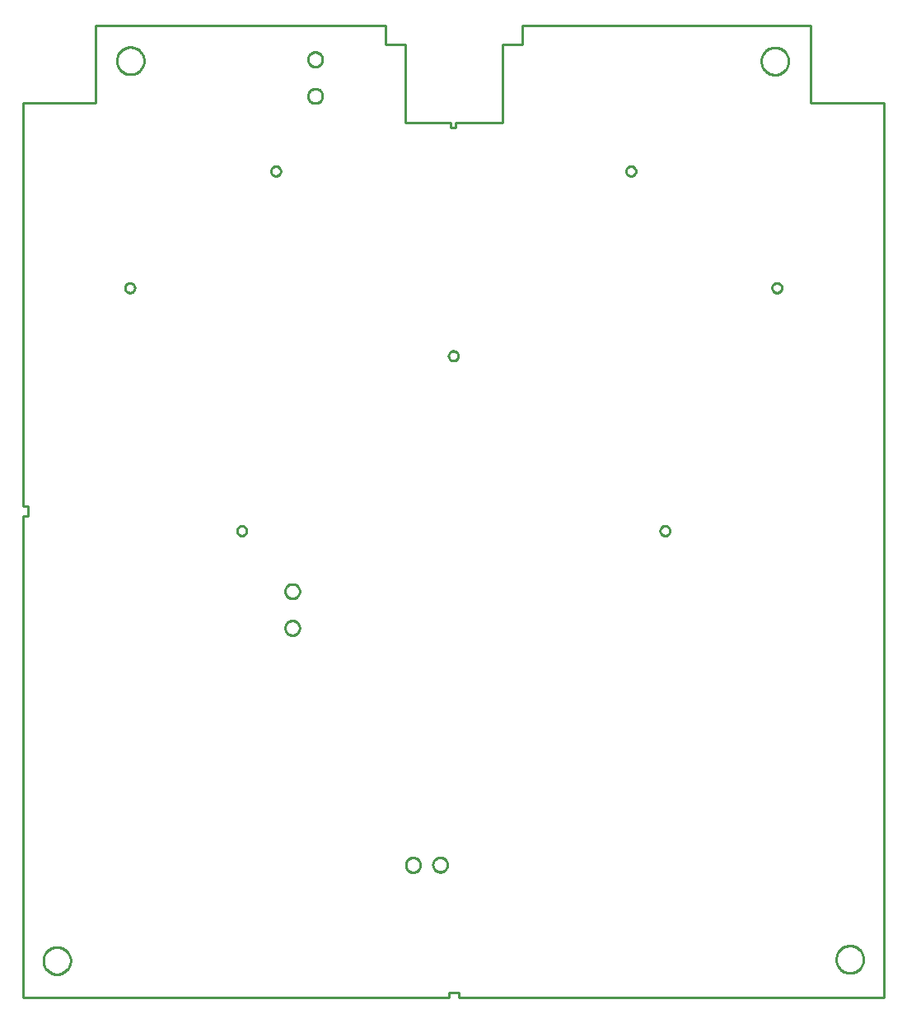
<source format=gbr>
G04 EAGLE Gerber X2 export*
%TF.Part,Single*%
%TF.FileFunction,Profile,NP*%
%TF.FilePolarity,Positive*%
%TF.GenerationSoftware,Autodesk,EAGLE,9.2.2*%
%TF.CreationDate,2019-04-19T13:44:04Z*%
G75*
%MOMM*%
%FSLAX34Y34*%
%LPD*%
%IN*%
%AMOC8*
5,1,8,0,0,1.08239X$1,22.5*%
G01*
%ADD10C,0.254000*%


D10*
X0Y0D02*
X438000Y0D01*
X438000Y5000D01*
X448000Y5000D01*
X448000Y0D01*
X885000Y0D01*
X885000Y920000D01*
X810000Y920000D01*
X810000Y1000000D01*
X513000Y1000000D01*
X513000Y980000D01*
X493000Y980000D01*
X493000Y900000D01*
X445000Y900000D01*
X445000Y895000D01*
X440000Y895000D01*
X440000Y900000D01*
X393000Y900000D01*
X393000Y980000D01*
X373000Y980000D01*
X373000Y1000000D01*
X75000Y1000000D01*
X75000Y920000D01*
X0Y920000D01*
X0Y505000D01*
X5000Y505000D01*
X5000Y495000D01*
X0Y495000D01*
X0Y0D01*
X836000Y38585D02*
X836071Y37588D01*
X836214Y36598D01*
X836426Y35621D01*
X836708Y34661D01*
X837057Y33724D01*
X837473Y32814D01*
X837952Y31937D01*
X838493Y31095D01*
X839092Y30295D01*
X839747Y29539D01*
X840454Y28832D01*
X841210Y28177D01*
X842010Y27578D01*
X842852Y27037D01*
X843729Y26558D01*
X844639Y26142D01*
X845576Y25793D01*
X846536Y25511D01*
X847513Y25299D01*
X848503Y25156D01*
X849500Y25085D01*
X850500Y25085D01*
X851498Y25156D01*
X852487Y25299D01*
X853465Y25511D01*
X854424Y25793D01*
X855361Y26142D01*
X856271Y26558D01*
X857148Y27037D01*
X857990Y27578D01*
X858790Y28177D01*
X859546Y28832D01*
X860253Y29539D01*
X860908Y30295D01*
X861507Y31095D01*
X862048Y31937D01*
X862527Y32814D01*
X862943Y33724D01*
X863292Y34661D01*
X863574Y35621D01*
X863786Y36598D01*
X863929Y37588D01*
X864000Y38585D01*
X864000Y39585D01*
X863929Y40583D01*
X863786Y41572D01*
X863574Y42550D01*
X863292Y43509D01*
X862943Y44446D01*
X862527Y45356D01*
X862048Y46233D01*
X861507Y47075D01*
X860908Y47875D01*
X860253Y48631D01*
X859546Y49338D01*
X858790Y49993D01*
X857990Y50592D01*
X857148Y51133D01*
X856271Y51612D01*
X855361Y52028D01*
X854424Y52377D01*
X853465Y52659D01*
X852487Y52871D01*
X851498Y53014D01*
X850500Y53085D01*
X849500Y53085D01*
X848503Y53014D01*
X847513Y52871D01*
X846536Y52659D01*
X845576Y52377D01*
X844639Y52028D01*
X843729Y51612D01*
X842852Y51133D01*
X842010Y50592D01*
X841210Y49993D01*
X840454Y49338D01*
X839747Y48631D01*
X839092Y47875D01*
X838493Y47075D01*
X837952Y46233D01*
X837473Y45356D01*
X837057Y44446D01*
X836708Y43509D01*
X836426Y42550D01*
X836214Y41572D01*
X836071Y40583D01*
X836000Y39585D01*
X836000Y38585D01*
X49000Y37318D02*
X48929Y36321D01*
X48786Y35331D01*
X48574Y34354D01*
X48292Y33394D01*
X47943Y32457D01*
X47527Y31548D01*
X47048Y30670D01*
X46507Y29829D01*
X45908Y29028D01*
X45253Y28272D01*
X44546Y27565D01*
X43790Y26910D01*
X42990Y26311D01*
X42148Y25770D01*
X41271Y25291D01*
X40361Y24876D01*
X39424Y24526D01*
X38465Y24245D01*
X37487Y24032D01*
X36498Y23890D01*
X35500Y23818D01*
X34500Y23818D01*
X33503Y23890D01*
X32513Y24032D01*
X31536Y24245D01*
X30576Y24526D01*
X29639Y24876D01*
X28729Y25291D01*
X27852Y25770D01*
X27010Y26311D01*
X26210Y26910D01*
X25454Y27565D01*
X24747Y28272D01*
X24092Y29028D01*
X23493Y29829D01*
X22952Y30670D01*
X22473Y31548D01*
X22057Y32457D01*
X21708Y33394D01*
X21426Y34354D01*
X21214Y35331D01*
X21071Y36321D01*
X21000Y37318D01*
X21000Y38318D01*
X21071Y39316D01*
X21214Y40306D01*
X21426Y41283D01*
X21708Y42242D01*
X22057Y43179D01*
X22473Y44089D01*
X22952Y44967D01*
X23493Y45808D01*
X24092Y46608D01*
X24747Y47364D01*
X25454Y48071D01*
X26210Y48726D01*
X27010Y49326D01*
X27852Y49866D01*
X28729Y50345D01*
X29639Y50761D01*
X30576Y51110D01*
X31536Y51392D01*
X32513Y51605D01*
X33503Y51747D01*
X34500Y51818D01*
X35500Y51818D01*
X36498Y51747D01*
X37487Y51605D01*
X38465Y51392D01*
X39424Y51110D01*
X40361Y50761D01*
X41271Y50345D01*
X42148Y49866D01*
X42990Y49326D01*
X43790Y48726D01*
X44546Y48071D01*
X45253Y47364D01*
X45908Y46608D01*
X46507Y45808D01*
X47048Y44967D01*
X47527Y44089D01*
X47943Y43179D01*
X48292Y42242D01*
X48574Y41283D01*
X48786Y40306D01*
X48929Y39316D01*
X49000Y38318D01*
X49000Y37318D01*
X774719Y725000D02*
X774161Y725063D01*
X773614Y725188D01*
X773084Y725373D01*
X772578Y725617D01*
X772102Y725916D01*
X771663Y726266D01*
X771266Y726663D01*
X770916Y727102D01*
X770617Y727578D01*
X770373Y728084D01*
X770188Y728614D01*
X770063Y729161D01*
X770000Y729719D01*
X770000Y730281D01*
X770063Y730839D01*
X770188Y731386D01*
X770373Y731916D01*
X770617Y732422D01*
X770916Y732898D01*
X771266Y733337D01*
X771663Y733734D01*
X772102Y734084D01*
X772578Y734383D01*
X773084Y734627D01*
X773614Y734812D01*
X774161Y734937D01*
X774719Y735000D01*
X775281Y735000D01*
X775839Y734937D01*
X776386Y734812D01*
X776916Y734627D01*
X777422Y734383D01*
X777898Y734084D01*
X778337Y733734D01*
X778734Y733337D01*
X779084Y732898D01*
X779383Y732422D01*
X779627Y731916D01*
X779812Y731386D01*
X779937Y730839D01*
X780000Y730281D01*
X780000Y729719D01*
X779937Y729161D01*
X779812Y728614D01*
X779627Y728084D01*
X779383Y727578D01*
X779084Y727102D01*
X778734Y726663D01*
X778337Y726266D01*
X777898Y725916D01*
X777422Y725617D01*
X776916Y725373D01*
X776386Y725188D01*
X775839Y725063D01*
X775281Y725000D01*
X774719Y725000D01*
X230000Y479719D02*
X229937Y479161D01*
X229812Y478614D01*
X229627Y478084D01*
X229383Y477578D01*
X229084Y477102D01*
X228734Y476663D01*
X228337Y476266D01*
X227898Y475916D01*
X227422Y475617D01*
X226916Y475373D01*
X226386Y475188D01*
X225839Y475063D01*
X225281Y475000D01*
X224719Y475000D01*
X224161Y475063D01*
X223614Y475188D01*
X223084Y475373D01*
X222578Y475617D01*
X222102Y475916D01*
X221663Y476266D01*
X221266Y476663D01*
X220916Y477102D01*
X220617Y477578D01*
X220373Y478084D01*
X220188Y478614D01*
X220063Y479161D01*
X220000Y479719D01*
X220000Y480281D01*
X220063Y480839D01*
X220188Y481386D01*
X220373Y481916D01*
X220617Y482422D01*
X220916Y482898D01*
X221266Y483337D01*
X221663Y483734D01*
X222102Y484084D01*
X222578Y484383D01*
X223084Y484627D01*
X223614Y484812D01*
X224161Y484937D01*
X224719Y485000D01*
X225281Y485000D01*
X225839Y484937D01*
X226386Y484812D01*
X226916Y484627D01*
X227422Y484383D01*
X227898Y484084D01*
X228337Y483734D01*
X228734Y483337D01*
X229084Y482898D01*
X229383Y482422D01*
X229627Y481916D01*
X229812Y481386D01*
X229937Y480839D01*
X230000Y480281D01*
X230000Y479719D01*
X624719Y845000D02*
X624161Y845063D01*
X623614Y845188D01*
X623084Y845373D01*
X622578Y845617D01*
X622102Y845916D01*
X621663Y846266D01*
X621266Y846663D01*
X620916Y847102D01*
X620617Y847578D01*
X620373Y848084D01*
X620188Y848614D01*
X620063Y849161D01*
X620000Y849719D01*
X620000Y850281D01*
X620063Y850839D01*
X620188Y851386D01*
X620373Y851916D01*
X620617Y852422D01*
X620916Y852898D01*
X621266Y853337D01*
X621663Y853734D01*
X622102Y854084D01*
X622578Y854383D01*
X623084Y854627D01*
X623614Y854812D01*
X624161Y854937D01*
X624719Y855000D01*
X625281Y855000D01*
X625839Y854937D01*
X626386Y854812D01*
X626916Y854627D01*
X627422Y854383D01*
X627898Y854084D01*
X628337Y853734D01*
X628734Y853337D01*
X629084Y852898D01*
X629383Y852422D01*
X629627Y851916D01*
X629812Y851386D01*
X629937Y850839D01*
X630000Y850281D01*
X630000Y849719D01*
X629937Y849161D01*
X629812Y848614D01*
X629627Y848084D01*
X629383Y847578D01*
X629084Y847102D01*
X628734Y846663D01*
X628337Y846266D01*
X627898Y845916D01*
X627422Y845617D01*
X626916Y845373D01*
X626386Y845188D01*
X625839Y845063D01*
X625281Y845000D01*
X624719Y845000D01*
X655000Y480281D02*
X655063Y480839D01*
X655188Y481386D01*
X655373Y481916D01*
X655617Y482422D01*
X655916Y482898D01*
X656266Y483337D01*
X656663Y483734D01*
X657102Y484084D01*
X657578Y484383D01*
X658084Y484627D01*
X658614Y484812D01*
X659161Y484937D01*
X659719Y485000D01*
X660281Y485000D01*
X660839Y484937D01*
X661386Y484812D01*
X661916Y484627D01*
X662422Y484383D01*
X662898Y484084D01*
X663337Y483734D01*
X663734Y483337D01*
X664084Y482898D01*
X664383Y482422D01*
X664627Y481916D01*
X664812Y481386D01*
X664937Y480839D01*
X665000Y480281D01*
X665000Y479719D01*
X664937Y479161D01*
X664812Y478614D01*
X664627Y478084D01*
X664383Y477578D01*
X664084Y477102D01*
X663734Y476663D01*
X663337Y476266D01*
X662898Y475916D01*
X662422Y475617D01*
X661916Y475373D01*
X661386Y475188D01*
X660839Y475063D01*
X660281Y475000D01*
X659719Y475000D01*
X659161Y475063D01*
X658614Y475188D01*
X658084Y475373D01*
X657578Y475617D01*
X657102Y475916D01*
X656663Y476266D01*
X656266Y476663D01*
X655916Y477102D01*
X655617Y477578D01*
X655373Y478084D01*
X655188Y478614D01*
X655063Y479161D01*
X655000Y479719D01*
X655000Y480281D01*
X442219Y655000D02*
X441661Y655063D01*
X441114Y655188D01*
X440584Y655373D01*
X440078Y655617D01*
X439602Y655916D01*
X439163Y656266D01*
X438766Y656663D01*
X438416Y657102D01*
X438117Y657578D01*
X437873Y658084D01*
X437688Y658614D01*
X437563Y659161D01*
X437500Y659719D01*
X437500Y660281D01*
X437563Y660839D01*
X437688Y661386D01*
X437873Y661916D01*
X438117Y662422D01*
X438416Y662898D01*
X438766Y663337D01*
X439163Y663734D01*
X439602Y664084D01*
X440078Y664383D01*
X440584Y664627D01*
X441114Y664812D01*
X441661Y664937D01*
X442219Y665000D01*
X442781Y665000D01*
X443339Y664937D01*
X443886Y664812D01*
X444416Y664627D01*
X444922Y664383D01*
X445398Y664084D01*
X445837Y663734D01*
X446234Y663337D01*
X446584Y662898D01*
X446883Y662422D01*
X447127Y661916D01*
X447312Y661386D01*
X447437Y660839D01*
X447500Y660281D01*
X447500Y659719D01*
X447437Y659161D01*
X447312Y658614D01*
X447127Y658084D01*
X446883Y657578D01*
X446584Y657102D01*
X446234Y656663D01*
X445837Y656266D01*
X445398Y655916D01*
X444922Y655617D01*
X444416Y655373D01*
X443886Y655188D01*
X443339Y655063D01*
X442781Y655000D01*
X442219Y655000D01*
X109719Y725000D02*
X109161Y725063D01*
X108614Y725188D01*
X108084Y725373D01*
X107578Y725617D01*
X107102Y725916D01*
X106663Y726266D01*
X106266Y726663D01*
X105916Y727102D01*
X105617Y727578D01*
X105373Y728084D01*
X105188Y728614D01*
X105063Y729161D01*
X105000Y729719D01*
X105000Y730281D01*
X105063Y730839D01*
X105188Y731386D01*
X105373Y731916D01*
X105617Y732422D01*
X105916Y732898D01*
X106266Y733337D01*
X106663Y733734D01*
X107102Y734084D01*
X107578Y734383D01*
X108084Y734627D01*
X108614Y734812D01*
X109161Y734937D01*
X109719Y735000D01*
X110281Y735000D01*
X110839Y734937D01*
X111386Y734812D01*
X111916Y734627D01*
X112422Y734383D01*
X112898Y734084D01*
X113337Y733734D01*
X113734Y733337D01*
X114084Y732898D01*
X114383Y732422D01*
X114627Y731916D01*
X114812Y731386D01*
X114937Y730839D01*
X115000Y730281D01*
X115000Y729719D01*
X114937Y729161D01*
X114812Y728614D01*
X114627Y728084D01*
X114383Y727578D01*
X114084Y727102D01*
X113734Y726663D01*
X113337Y726266D01*
X112898Y725916D01*
X112422Y725617D01*
X111916Y725373D01*
X111386Y725188D01*
X110839Y725063D01*
X110281Y725000D01*
X109719Y725000D01*
X284500Y417461D02*
X284428Y416728D01*
X284284Y416005D01*
X284070Y415300D01*
X283788Y414619D01*
X283441Y413969D01*
X283031Y413357D01*
X282564Y412787D01*
X282043Y412266D01*
X281473Y411798D01*
X280860Y411389D01*
X280211Y411042D01*
X279530Y410760D01*
X278825Y410546D01*
X278102Y410402D01*
X277368Y410330D01*
X276632Y410330D01*
X275898Y410402D01*
X275175Y410546D01*
X274470Y410760D01*
X273789Y411042D01*
X273140Y411389D01*
X272527Y411798D01*
X271957Y412266D01*
X271436Y412787D01*
X270969Y413357D01*
X270559Y413969D01*
X270212Y414619D01*
X269930Y415300D01*
X269716Y416005D01*
X269572Y416728D01*
X269500Y417461D01*
X269500Y418198D01*
X269572Y418932D01*
X269716Y419654D01*
X269930Y420359D01*
X270212Y421040D01*
X270559Y421690D01*
X270969Y422303D01*
X271436Y422873D01*
X271957Y423394D01*
X272527Y423861D01*
X273140Y424270D01*
X273789Y424618D01*
X274470Y424900D01*
X275175Y425114D01*
X275898Y425258D01*
X276632Y425330D01*
X277368Y425330D01*
X278102Y425258D01*
X278825Y425114D01*
X279530Y424900D01*
X280211Y424618D01*
X280860Y424270D01*
X281473Y423861D01*
X282043Y423394D01*
X282564Y422873D01*
X283031Y422303D01*
X283441Y421690D01*
X283788Y421040D01*
X284070Y420359D01*
X284284Y419654D01*
X284428Y418932D01*
X284500Y418198D01*
X284500Y417461D01*
X284500Y379680D02*
X284428Y378946D01*
X284284Y378224D01*
X284070Y377519D01*
X283788Y376838D01*
X283441Y376188D01*
X283031Y375575D01*
X282564Y375006D01*
X282043Y374484D01*
X281473Y374017D01*
X280860Y373608D01*
X280211Y373260D01*
X279530Y372978D01*
X278825Y372764D01*
X278102Y372621D01*
X277368Y372548D01*
X276632Y372548D01*
X275898Y372621D01*
X275175Y372764D01*
X274470Y372978D01*
X273789Y373260D01*
X273140Y373608D01*
X272527Y374017D01*
X271957Y374484D01*
X271436Y375006D01*
X270969Y375575D01*
X270559Y376188D01*
X270212Y376838D01*
X269930Y377519D01*
X269716Y378224D01*
X269572Y378946D01*
X269500Y379680D01*
X269500Y380417D01*
X269572Y381150D01*
X269716Y381873D01*
X269930Y382578D01*
X270212Y383259D01*
X270559Y383909D01*
X270969Y384521D01*
X271436Y385091D01*
X271957Y385612D01*
X272527Y386080D01*
X273140Y386489D01*
X273789Y386836D01*
X274470Y387118D01*
X275175Y387332D01*
X275898Y387476D01*
X276632Y387548D01*
X277368Y387548D01*
X278102Y387476D01*
X278825Y387332D01*
X279530Y387118D01*
X280211Y386836D01*
X280860Y386489D01*
X281473Y386080D01*
X282043Y385612D01*
X282564Y385091D01*
X283031Y384521D01*
X283441Y383909D01*
X283788Y383259D01*
X284070Y382578D01*
X284284Y381873D01*
X284428Y381150D01*
X284500Y380417D01*
X284500Y379680D01*
X307960Y964610D02*
X307888Y963876D01*
X307744Y963153D01*
X307530Y962448D01*
X307248Y961767D01*
X306901Y961118D01*
X306491Y960505D01*
X306024Y959935D01*
X305503Y959414D01*
X304933Y958947D01*
X304321Y958537D01*
X303671Y958190D01*
X302990Y957908D01*
X302285Y957694D01*
X301562Y957550D01*
X300829Y957478D01*
X300092Y957478D01*
X299358Y957550D01*
X298636Y957694D01*
X297930Y957908D01*
X297250Y958190D01*
X296600Y958537D01*
X295987Y958947D01*
X295417Y959414D01*
X294896Y959935D01*
X294429Y960505D01*
X294019Y961118D01*
X293672Y961767D01*
X293390Y962448D01*
X293176Y963153D01*
X293032Y963876D01*
X292960Y964610D01*
X292960Y965346D01*
X293032Y966080D01*
X293176Y966803D01*
X293390Y967508D01*
X293672Y968188D01*
X294019Y968838D01*
X294429Y969451D01*
X294896Y970021D01*
X295417Y970542D01*
X295987Y971009D01*
X296600Y971419D01*
X297250Y971766D01*
X297930Y972048D01*
X298636Y972262D01*
X299358Y972406D01*
X300092Y972478D01*
X300829Y972478D01*
X301562Y972406D01*
X302285Y972262D01*
X302990Y972048D01*
X303671Y971766D01*
X304321Y971419D01*
X304933Y971009D01*
X305503Y970542D01*
X306024Y970021D01*
X306491Y969451D01*
X306901Y968838D01*
X307248Y968188D01*
X307530Y967508D01*
X307744Y966803D01*
X307888Y966080D01*
X307960Y965346D01*
X307960Y964610D01*
X307960Y927018D02*
X307888Y926284D01*
X307744Y925561D01*
X307530Y924856D01*
X307248Y924175D01*
X306901Y923526D01*
X306491Y922913D01*
X306024Y922343D01*
X305503Y921822D01*
X304933Y921355D01*
X304321Y920945D01*
X303671Y920598D01*
X302990Y920316D01*
X302285Y920102D01*
X301562Y919958D01*
X300829Y919886D01*
X300092Y919886D01*
X299358Y919958D01*
X298636Y920102D01*
X297930Y920316D01*
X297250Y920598D01*
X296600Y920945D01*
X295987Y921355D01*
X295417Y921822D01*
X294896Y922343D01*
X294429Y922913D01*
X294019Y923526D01*
X293672Y924175D01*
X293390Y924856D01*
X293176Y925561D01*
X293032Y926284D01*
X292960Y927018D01*
X292960Y927754D01*
X293032Y928488D01*
X293176Y929211D01*
X293390Y929916D01*
X293672Y930596D01*
X294019Y931246D01*
X294429Y931859D01*
X294896Y932429D01*
X295417Y932950D01*
X295987Y933417D01*
X296600Y933827D01*
X297250Y934174D01*
X297930Y934456D01*
X298636Y934670D01*
X299358Y934814D01*
X300092Y934886D01*
X300829Y934886D01*
X301562Y934814D01*
X302285Y934670D01*
X302990Y934456D01*
X303671Y934174D01*
X304321Y933827D01*
X304933Y933417D01*
X305503Y932950D01*
X306024Y932429D01*
X306491Y931859D01*
X306901Y931246D01*
X307248Y930596D01*
X307530Y929916D01*
X307744Y929211D01*
X307888Y928488D01*
X307960Y927754D01*
X307960Y927018D01*
X255000Y850281D02*
X255063Y850839D01*
X255188Y851386D01*
X255373Y851916D01*
X255617Y852422D01*
X255916Y852898D01*
X256266Y853337D01*
X256663Y853734D01*
X257102Y854084D01*
X257578Y854383D01*
X258084Y854627D01*
X258614Y854812D01*
X259161Y854937D01*
X259719Y855000D01*
X260281Y855000D01*
X260839Y854937D01*
X261386Y854812D01*
X261916Y854627D01*
X262422Y854383D01*
X262898Y854084D01*
X263337Y853734D01*
X263734Y853337D01*
X264084Y852898D01*
X264383Y852422D01*
X264627Y851916D01*
X264812Y851386D01*
X264937Y850839D01*
X265000Y850281D01*
X265000Y849719D01*
X264937Y849161D01*
X264812Y848614D01*
X264627Y848084D01*
X264383Y847578D01*
X264084Y847102D01*
X263734Y846663D01*
X263337Y846266D01*
X262898Y845916D01*
X262422Y845617D01*
X261916Y845373D01*
X261386Y845188D01*
X260839Y845063D01*
X260281Y845000D01*
X259719Y845000D01*
X259161Y845063D01*
X258614Y845188D01*
X258084Y845373D01*
X257578Y845617D01*
X257102Y845916D01*
X256663Y846266D01*
X256266Y846663D01*
X255916Y847102D01*
X255617Y847578D01*
X255373Y848084D01*
X255188Y848614D01*
X255063Y849161D01*
X255000Y849719D01*
X255000Y850281D01*
X124534Y962997D02*
X124463Y961999D01*
X124320Y961009D01*
X124108Y960032D01*
X123826Y959073D01*
X123477Y958136D01*
X123061Y957226D01*
X122582Y956348D01*
X122041Y955507D01*
X121442Y954707D01*
X120787Y953951D01*
X120080Y953244D01*
X119324Y952589D01*
X118524Y951990D01*
X117682Y951449D01*
X116805Y950970D01*
X115895Y950554D01*
X114958Y950205D01*
X113999Y949923D01*
X113021Y949710D01*
X112032Y949568D01*
X111034Y949497D01*
X110034Y949497D01*
X109037Y949568D01*
X108047Y949710D01*
X107070Y949923D01*
X106110Y950205D01*
X105173Y950554D01*
X104263Y950970D01*
X103386Y951449D01*
X102545Y951990D01*
X101744Y952589D01*
X100988Y953244D01*
X100281Y953951D01*
X99626Y954707D01*
X99027Y955507D01*
X98486Y956348D01*
X98007Y957226D01*
X97592Y958136D01*
X97242Y959073D01*
X96960Y960032D01*
X96748Y961009D01*
X96605Y961999D01*
X96534Y962997D01*
X96534Y963997D01*
X96605Y964994D01*
X96748Y965984D01*
X96960Y966961D01*
X97242Y967921D01*
X97592Y968858D01*
X98007Y969767D01*
X98486Y970645D01*
X99027Y971486D01*
X99626Y972287D01*
X100281Y973043D01*
X100988Y973750D01*
X101744Y974405D01*
X102545Y975004D01*
X103386Y975545D01*
X104263Y976024D01*
X105173Y976439D01*
X106110Y976789D01*
X107070Y977071D01*
X108047Y977283D01*
X109037Y977425D01*
X110034Y977497D01*
X111034Y977497D01*
X112032Y977425D01*
X113021Y977283D01*
X113999Y977071D01*
X114958Y976789D01*
X115895Y976439D01*
X116805Y976024D01*
X117682Y975545D01*
X118524Y975004D01*
X119324Y974405D01*
X120080Y973750D01*
X120787Y973043D01*
X121442Y972287D01*
X122041Y971486D01*
X122582Y970645D01*
X123061Y969767D01*
X123477Y968858D01*
X123826Y967921D01*
X124108Y966961D01*
X124320Y965984D01*
X124463Y964994D01*
X124534Y963997D01*
X124534Y962997D01*
X758959Y962723D02*
X759031Y961725D01*
X759173Y960735D01*
X759385Y959758D01*
X759667Y958799D01*
X760017Y957862D01*
X760432Y956952D01*
X760911Y956074D01*
X761452Y955233D01*
X762051Y954433D01*
X762706Y953677D01*
X763413Y952970D01*
X764169Y952315D01*
X764970Y951716D01*
X765811Y951175D01*
X766689Y950696D01*
X767598Y950280D01*
X768535Y949931D01*
X769495Y949649D01*
X770472Y949436D01*
X771462Y949294D01*
X772459Y949223D01*
X773459Y949223D01*
X774457Y949294D01*
X775447Y949436D01*
X776424Y949649D01*
X777383Y949931D01*
X778320Y950280D01*
X779230Y950696D01*
X780108Y951175D01*
X780949Y951716D01*
X781749Y952315D01*
X782505Y952970D01*
X783212Y953677D01*
X783867Y954433D01*
X784466Y955233D01*
X785007Y956074D01*
X785486Y956952D01*
X785902Y957862D01*
X786251Y958799D01*
X786533Y959758D01*
X786746Y960735D01*
X786888Y961725D01*
X786959Y962723D01*
X786959Y963723D01*
X786888Y964720D01*
X786746Y965710D01*
X786533Y966687D01*
X786251Y967647D01*
X785902Y968584D01*
X785486Y969493D01*
X785007Y970371D01*
X784466Y971212D01*
X783867Y972013D01*
X783212Y972769D01*
X782505Y973476D01*
X781749Y974131D01*
X780949Y974730D01*
X780108Y975271D01*
X779230Y975750D01*
X778320Y976165D01*
X777383Y976515D01*
X776424Y976797D01*
X775447Y977009D01*
X774457Y977151D01*
X773459Y977223D01*
X772459Y977223D01*
X771462Y977151D01*
X770472Y977009D01*
X769495Y976797D01*
X768535Y976515D01*
X767598Y976165D01*
X766689Y975750D01*
X765811Y975271D01*
X764970Y974730D01*
X764169Y974131D01*
X763413Y973476D01*
X762706Y972769D01*
X762051Y972013D01*
X761452Y971212D01*
X760911Y970371D01*
X760432Y969493D01*
X760017Y968584D01*
X759667Y967647D01*
X759385Y966687D01*
X759173Y965710D01*
X759031Y964720D01*
X758959Y963723D01*
X758959Y962723D01*
X408577Y135849D02*
X408505Y135115D01*
X408361Y134393D01*
X408147Y133687D01*
X407865Y133007D01*
X407518Y132357D01*
X407108Y131744D01*
X406641Y131174D01*
X406120Y130653D01*
X405550Y130186D01*
X404937Y129776D01*
X404288Y129429D01*
X403607Y129147D01*
X402902Y128933D01*
X402179Y128789D01*
X401445Y128717D01*
X400709Y128717D01*
X399975Y128789D01*
X399252Y128933D01*
X398547Y129147D01*
X397866Y129429D01*
X397217Y129776D01*
X396604Y130186D01*
X396034Y130653D01*
X395513Y131174D01*
X395046Y131744D01*
X394636Y132357D01*
X394289Y133007D01*
X394007Y133687D01*
X393793Y134393D01*
X393649Y135115D01*
X393577Y135849D01*
X393577Y136586D01*
X393649Y137319D01*
X393793Y138042D01*
X394007Y138747D01*
X394289Y139428D01*
X394636Y140078D01*
X395046Y140690D01*
X395513Y141260D01*
X396034Y141781D01*
X396604Y142249D01*
X397217Y142658D01*
X397866Y143005D01*
X398547Y143287D01*
X399252Y143501D01*
X399975Y143645D01*
X400709Y143717D01*
X401445Y143717D01*
X402179Y143645D01*
X402902Y143501D01*
X403607Y143287D01*
X404288Y143005D01*
X404937Y142658D01*
X405550Y142249D01*
X406120Y141781D01*
X406641Y141260D01*
X407108Y140690D01*
X407518Y140078D01*
X407865Y139428D01*
X408147Y138747D01*
X408361Y138042D01*
X408505Y137319D01*
X408577Y136586D01*
X408577Y135849D01*
X436439Y136140D02*
X436367Y135406D01*
X436223Y134683D01*
X436009Y133978D01*
X435727Y133298D01*
X435379Y132648D01*
X434970Y132035D01*
X434503Y131465D01*
X433982Y130944D01*
X433412Y130477D01*
X432799Y130067D01*
X432149Y129720D01*
X431468Y129438D01*
X430763Y129224D01*
X430041Y129080D01*
X429307Y129008D01*
X428570Y129008D01*
X427837Y129080D01*
X427114Y129224D01*
X426409Y129438D01*
X425728Y129720D01*
X425078Y130067D01*
X424466Y130477D01*
X423896Y130944D01*
X423375Y131465D01*
X422907Y132035D01*
X422498Y132648D01*
X422151Y133298D01*
X421869Y133978D01*
X421655Y134683D01*
X421511Y135406D01*
X421439Y136140D01*
X421439Y136876D01*
X421511Y137610D01*
X421655Y138333D01*
X421869Y139038D01*
X422151Y139719D01*
X422498Y140368D01*
X422907Y140981D01*
X423375Y141551D01*
X423896Y142072D01*
X424466Y142539D01*
X425078Y142949D01*
X425728Y143296D01*
X426409Y143578D01*
X427114Y143792D01*
X427837Y143936D01*
X428570Y144008D01*
X429307Y144008D01*
X430041Y143936D01*
X430763Y143792D01*
X431468Y143578D01*
X432149Y143296D01*
X432799Y142949D01*
X433412Y142539D01*
X433982Y142072D01*
X434503Y141551D01*
X434970Y140981D01*
X435379Y140368D01*
X435727Y139719D01*
X436009Y139038D01*
X436223Y138333D01*
X436367Y137610D01*
X436439Y136876D01*
X436439Y136140D01*
M02*

</source>
